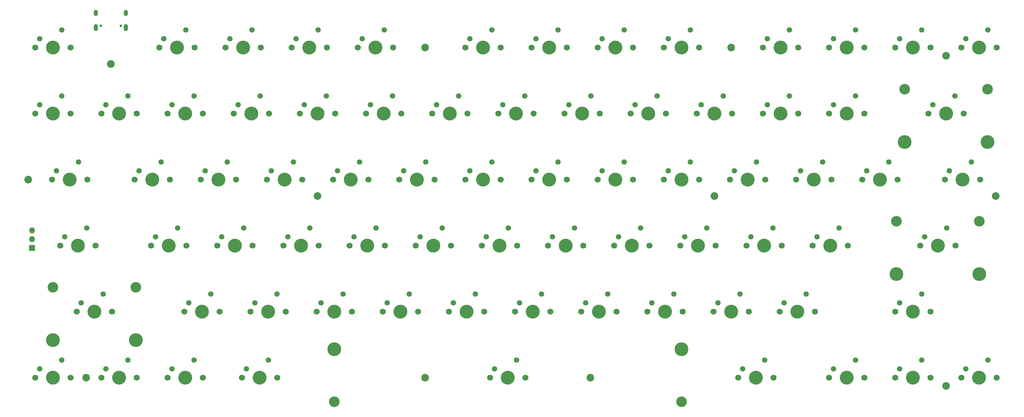
<source format=gts>
G04 #@! TF.GenerationSoftware,KiCad,Pcbnew,(6.0.5-0)*
G04 #@! TF.CreationDate,2022-07-26T23:18:35+09:00*
G04 #@! TF.ProjectId,key-ripper,6b65792d-7269-4707-9065-722e6b696361,rev?*
G04 #@! TF.SameCoordinates,Original*
G04 #@! TF.FileFunction,Soldermask,Top*
G04 #@! TF.FilePolarity,Negative*
%FSLAX46Y46*%
G04 Gerber Fmt 4.6, Leading zero omitted, Abs format (unit mm)*
G04 Created by KiCad (PCBNEW (6.0.5-0)) date 2022-07-26 23:18:35*
%MOMM*%
%LPD*%
G01*
G04 APERTURE LIST*
%ADD10C,1.750000*%
%ADD11C,4.000000*%
%ADD12C,1.550000*%
%ADD13C,2.200000*%
%ADD14C,3.048000*%
%ADD15C,3.987800*%
%ADD16R,1.700000X1.700000*%
%ADD17O,1.700000X1.700000*%
%ADD18C,0.750013*%
%ADD19O,1.200000X1.800000*%
%ADD20O,1.200000X2.000000*%
G04 APERTURE END LIST*
D10*
X290830000Y-47625000D03*
D11*
X285750000Y-47625000D03*
D12*
X281940000Y-45085000D03*
X288290000Y-42545000D03*
D10*
X280670000Y-47625000D03*
X93186250Y-123825000D03*
D12*
X90646250Y-118745000D03*
D10*
X83026250Y-123825000D03*
D12*
X84296250Y-121285000D03*
D11*
X88106250Y-123825000D03*
D10*
X236061250Y-123825000D03*
D12*
X233521250Y-118745000D03*
D10*
X225901250Y-123825000D03*
D12*
X227171250Y-121285000D03*
D11*
X230981250Y-123825000D03*
D12*
X162083750Y-118745000D03*
X155733750Y-121285000D03*
D10*
X164623750Y-123825000D03*
D11*
X159543750Y-123825000D03*
D10*
X154463750Y-123825000D03*
X278288750Y-85725000D03*
D12*
X279558750Y-83185000D03*
D10*
X288448750Y-85725000D03*
D11*
X283368750Y-85725000D03*
D12*
X285908750Y-80645000D03*
D10*
X35401250Y-104775000D03*
D12*
X36671250Y-102235000D03*
D10*
X45561250Y-104775000D03*
D11*
X40481250Y-104775000D03*
D12*
X43021250Y-99695000D03*
X143827500Y-102235000D03*
D11*
X147637500Y-104775000D03*
D10*
X142557500Y-104775000D03*
D12*
X150177500Y-99695000D03*
D10*
X152717500Y-104775000D03*
D12*
X77152500Y-83185000D03*
D11*
X80962500Y-85725000D03*
D10*
X75882500Y-85725000D03*
D12*
X83502500Y-80645000D03*
D10*
X86042500Y-85725000D03*
D12*
X96202500Y-83185000D03*
D11*
X100012500Y-85725000D03*
D10*
X94932500Y-85725000D03*
D12*
X102552500Y-80645000D03*
D10*
X105092500Y-85725000D03*
D12*
X224790000Y-64135000D03*
D11*
X228600000Y-66675000D03*
D10*
X223520000Y-66675000D03*
D12*
X231140000Y-61595000D03*
D10*
X233680000Y-66675000D03*
D12*
X81915000Y-45085000D03*
D11*
X85725000Y-47625000D03*
D10*
X80645000Y-47625000D03*
D12*
X88265000Y-42545000D03*
D10*
X90805000Y-47625000D03*
D12*
X248602500Y-83185000D03*
D11*
X252412500Y-85725000D03*
D10*
X247332500Y-85725000D03*
D12*
X254952500Y-80645000D03*
D10*
X257492500Y-85725000D03*
D12*
X272415000Y-102235000D03*
D11*
X276225000Y-104775000D03*
D10*
X271145000Y-104775000D03*
D12*
X278765000Y-99695000D03*
D10*
X281305000Y-104775000D03*
D12*
X196215000Y-45085000D03*
D11*
X200025000Y-47625000D03*
D10*
X194945000Y-47625000D03*
D12*
X202565000Y-42545000D03*
D10*
X205105000Y-47625000D03*
D12*
X181927500Y-102235000D03*
D11*
X185737500Y-104775000D03*
D10*
X180657500Y-104775000D03*
D12*
X188277500Y-99695000D03*
D10*
X190817500Y-104775000D03*
D12*
X139065000Y-45085000D03*
D11*
X142875000Y-47625000D03*
D10*
X137795000Y-47625000D03*
D12*
X145415000Y-42545000D03*
D10*
X147955000Y-47625000D03*
D12*
X186690000Y-64135000D03*
D11*
X190500000Y-66675000D03*
D10*
X185420000Y-66675000D03*
D12*
X193040000Y-61595000D03*
D10*
X195580000Y-66675000D03*
D12*
X234315000Y-26035000D03*
D11*
X238125000Y-28575000D03*
D10*
X233045000Y-28575000D03*
D12*
X240665000Y-23495000D03*
D10*
X243205000Y-28575000D03*
D12*
X153352500Y-83185000D03*
D11*
X157162500Y-85725000D03*
D10*
X152082500Y-85725000D03*
D12*
X159702500Y-80645000D03*
D10*
X162242500Y-85725000D03*
D12*
X129540000Y-64135000D03*
D11*
X133350000Y-66675000D03*
D10*
X128270000Y-66675000D03*
D12*
X135890000Y-61595000D03*
D10*
X138430000Y-66675000D03*
D12*
X158115000Y-45085000D03*
D11*
X161925000Y-47625000D03*
D10*
X156845000Y-47625000D03*
D12*
X164465000Y-42545000D03*
D10*
X167005000Y-47625000D03*
D12*
X167640000Y-26035000D03*
D11*
X171450000Y-28575000D03*
D10*
X166370000Y-28575000D03*
D12*
X173990000Y-23495000D03*
D10*
X176530000Y-28575000D03*
D12*
X115252500Y-83185000D03*
D11*
X119062500Y-85725000D03*
D10*
X113982500Y-85725000D03*
D12*
X121602500Y-80645000D03*
D10*
X124142500Y-85725000D03*
D12*
X191452500Y-83185000D03*
D11*
X195262500Y-85725000D03*
D10*
X190182500Y-85725000D03*
D12*
X197802500Y-80645000D03*
D10*
X200342500Y-85725000D03*
D12*
X205740000Y-64135000D03*
D11*
X209550000Y-66675000D03*
D10*
X204470000Y-66675000D03*
D12*
X212090000Y-61595000D03*
D10*
X214630000Y-66675000D03*
D12*
X58102500Y-83185000D03*
D11*
X61912500Y-85725000D03*
D10*
X56832500Y-85725000D03*
D12*
X64452500Y-80645000D03*
D10*
X66992500Y-85725000D03*
D12*
X124777500Y-102235000D03*
D11*
X128587500Y-104775000D03*
D10*
X123507500Y-104775000D03*
D12*
X131127500Y-99695000D03*
D10*
X133667500Y-104775000D03*
D12*
X167640000Y-64135000D03*
D11*
X171450000Y-66675000D03*
D10*
X166370000Y-66675000D03*
D12*
X173990000Y-61595000D03*
D10*
X176530000Y-66675000D03*
D12*
X72390000Y-64135000D03*
D11*
X76200000Y-66675000D03*
D10*
X71120000Y-66675000D03*
D12*
X78740000Y-61595000D03*
D10*
X81280000Y-66675000D03*
D12*
X177165000Y-45085000D03*
D11*
X180975000Y-47625000D03*
D10*
X175895000Y-47625000D03*
D12*
X183515000Y-42545000D03*
D10*
X186055000Y-47625000D03*
D12*
X253365000Y-45085000D03*
D11*
X257175000Y-47625000D03*
D10*
X252095000Y-47625000D03*
D12*
X259715000Y-42545000D03*
D10*
X262255000Y-47625000D03*
D12*
X291465000Y-121285000D03*
D11*
X295275000Y-123825000D03*
D10*
X290195000Y-123825000D03*
D12*
X297815000Y-118745000D03*
D10*
X300355000Y-123825000D03*
D12*
X67627500Y-102235000D03*
D11*
X71437500Y-104775000D03*
D10*
X66357500Y-104775000D03*
D12*
X73977500Y-99695000D03*
D10*
X76517500Y-104775000D03*
D12*
X210502500Y-83185000D03*
D11*
X214312500Y-85725000D03*
D10*
X209232500Y-85725000D03*
D12*
X216852500Y-80645000D03*
D10*
X219392500Y-85725000D03*
D12*
X134302500Y-83185000D03*
D11*
X138112500Y-85725000D03*
D10*
X133032500Y-85725000D03*
D12*
X140652500Y-80645000D03*
D10*
X143192500Y-85725000D03*
D12*
X205740000Y-26035000D03*
D11*
X209550000Y-28575000D03*
D10*
X204470000Y-28575000D03*
D12*
X212090000Y-23495000D03*
D10*
X214630000Y-28575000D03*
D12*
X62865000Y-121285000D03*
D11*
X66675000Y-123825000D03*
D10*
X61595000Y-123825000D03*
D12*
X69215000Y-118745000D03*
D10*
X71755000Y-123825000D03*
D12*
X24765000Y-26035000D03*
D11*
X28575000Y-28575000D03*
D10*
X23495000Y-28575000D03*
D12*
X31115000Y-23495000D03*
D10*
X33655000Y-28575000D03*
D12*
X215265000Y-45085000D03*
D11*
X219075000Y-47625000D03*
D10*
X213995000Y-47625000D03*
D12*
X221615000Y-42545000D03*
D10*
X224155000Y-47625000D03*
D12*
X117633750Y-26035000D03*
D11*
X121443750Y-28575000D03*
D10*
X116363750Y-28575000D03*
D12*
X123983750Y-23495000D03*
D10*
X126523750Y-28575000D03*
D12*
X186690000Y-26035000D03*
D11*
X190500000Y-28575000D03*
D10*
X185420000Y-28575000D03*
D12*
X193040000Y-23495000D03*
D10*
X195580000Y-28575000D03*
D12*
X86677500Y-102235000D03*
D11*
X90487500Y-104775000D03*
D10*
X85407500Y-104775000D03*
D12*
X93027500Y-99695000D03*
D10*
X95567500Y-104775000D03*
D12*
X24765000Y-121285000D03*
D11*
X28575000Y-123825000D03*
D10*
X23495000Y-123825000D03*
D12*
X31115000Y-118745000D03*
D10*
X33655000Y-123825000D03*
D12*
X272415000Y-26035000D03*
D11*
X276225000Y-28575000D03*
D10*
X271145000Y-28575000D03*
D12*
X278765000Y-23495000D03*
D10*
X281305000Y-28575000D03*
D12*
X43815000Y-45085000D03*
D11*
X47625000Y-47625000D03*
D10*
X42545000Y-47625000D03*
D12*
X50165000Y-42545000D03*
D10*
X52705000Y-47625000D03*
D12*
X172402500Y-83185000D03*
D11*
X176212500Y-85725000D03*
D10*
X171132500Y-85725000D03*
D12*
X178752500Y-80645000D03*
D10*
X181292500Y-85725000D03*
D12*
X291465000Y-26035000D03*
D11*
X295275000Y-28575000D03*
D10*
X290195000Y-28575000D03*
D12*
X297815000Y-23495000D03*
D10*
X300355000Y-28575000D03*
D12*
X79533750Y-26035000D03*
D11*
X83343750Y-28575000D03*
D10*
X78263750Y-28575000D03*
D12*
X85883750Y-23495000D03*
D10*
X88423750Y-28575000D03*
D12*
X234315000Y-45085000D03*
D11*
X238125000Y-47625000D03*
D10*
X233045000Y-47625000D03*
D12*
X240665000Y-42545000D03*
D10*
X243205000Y-47625000D03*
D12*
X53340000Y-64135000D03*
D11*
X57150000Y-66675000D03*
D10*
X52070000Y-66675000D03*
D12*
X59690000Y-61595000D03*
D10*
X62230000Y-66675000D03*
D12*
X243840000Y-64135000D03*
D11*
X247650000Y-66675000D03*
D10*
X242570000Y-66675000D03*
D12*
X250190000Y-61595000D03*
D10*
X252730000Y-66675000D03*
D12*
X229552500Y-83185000D03*
D11*
X233362500Y-85725000D03*
D10*
X228282500Y-85725000D03*
D12*
X235902500Y-80645000D03*
D10*
X238442500Y-85725000D03*
D12*
X60483750Y-26035000D03*
D11*
X64293750Y-28575000D03*
D10*
X59213750Y-28575000D03*
D12*
X66833750Y-23495000D03*
D10*
X69373750Y-28575000D03*
D12*
X200977500Y-102235000D03*
D11*
X204787500Y-104775000D03*
D10*
X199707500Y-104775000D03*
D12*
X207327500Y-99695000D03*
D10*
X209867500Y-104775000D03*
D12*
X253365000Y-26035000D03*
D11*
X257175000Y-28575000D03*
D10*
X252095000Y-28575000D03*
D12*
X259715000Y-23495000D03*
D10*
X262255000Y-28575000D03*
D12*
X105727500Y-102235000D03*
D11*
X109537500Y-104775000D03*
D10*
X104457500Y-104775000D03*
D12*
X112077500Y-99695000D03*
D10*
X114617500Y-104775000D03*
D12*
X24765000Y-45085000D03*
D11*
X28575000Y-47625000D03*
D10*
X23495000Y-47625000D03*
D12*
X31115000Y-42545000D03*
D10*
X33655000Y-47625000D03*
D12*
X262890000Y-64135000D03*
D11*
X266700000Y-66675000D03*
D10*
X261620000Y-66675000D03*
D12*
X269240000Y-61595000D03*
D10*
X271780000Y-66675000D03*
D12*
X148590000Y-64135000D03*
D11*
X152400000Y-66675000D03*
D10*
X147320000Y-66675000D03*
D12*
X154940000Y-61595000D03*
D10*
X157480000Y-66675000D03*
D12*
X91440000Y-64135000D03*
D11*
X95250000Y-66675000D03*
D10*
X90170000Y-66675000D03*
D12*
X97790000Y-61595000D03*
D10*
X100330000Y-66675000D03*
D12*
X239077500Y-102235000D03*
D11*
X242887500Y-104775000D03*
D10*
X237807500Y-104775000D03*
D12*
X245427500Y-99695000D03*
D10*
X247967500Y-104775000D03*
D12*
X110490000Y-64135000D03*
D11*
X114300000Y-66675000D03*
D10*
X109220000Y-66675000D03*
D12*
X116840000Y-61595000D03*
D10*
X119380000Y-66675000D03*
D12*
X220027500Y-102235000D03*
D11*
X223837500Y-104775000D03*
D10*
X218757500Y-104775000D03*
D12*
X226377500Y-99695000D03*
D10*
X228917500Y-104775000D03*
D12*
X148590000Y-26035000D03*
D11*
X152400000Y-28575000D03*
D10*
X147320000Y-28575000D03*
D12*
X154940000Y-23495000D03*
D10*
X157480000Y-28575000D03*
D12*
X272415000Y-121285000D03*
D11*
X276225000Y-123825000D03*
D10*
X271145000Y-123825000D03*
D12*
X278765000Y-118745000D03*
D10*
X281305000Y-123825000D03*
D12*
X62865000Y-45085000D03*
D11*
X66675000Y-47625000D03*
D10*
X61595000Y-47625000D03*
D12*
X69215000Y-42545000D03*
D10*
X71755000Y-47625000D03*
D12*
X98583750Y-26035000D03*
D11*
X102393750Y-28575000D03*
D10*
X97313750Y-28575000D03*
D12*
X104933750Y-23495000D03*
D10*
X107473750Y-28575000D03*
D12*
X253365000Y-121285000D03*
D11*
X257175000Y-123825000D03*
D10*
X252095000Y-123825000D03*
D12*
X259715000Y-118745000D03*
D10*
X262255000Y-123825000D03*
D12*
X162877500Y-102235000D03*
D11*
X166687500Y-104775000D03*
D10*
X161607500Y-104775000D03*
D12*
X169227500Y-99695000D03*
D10*
X171767500Y-104775000D03*
D12*
X120015000Y-45085000D03*
D11*
X123825000Y-47625000D03*
D10*
X118745000Y-47625000D03*
D12*
X126365000Y-42545000D03*
D10*
X128905000Y-47625000D03*
D12*
X43815000Y-121285000D03*
D11*
X47625000Y-123825000D03*
D10*
X42545000Y-123825000D03*
D12*
X50165000Y-118745000D03*
D10*
X52705000Y-123825000D03*
D12*
X100965000Y-45085000D03*
D11*
X104775000Y-47625000D03*
D10*
X99695000Y-47625000D03*
D12*
X107315000Y-42545000D03*
D10*
X109855000Y-47625000D03*
D11*
X35718750Y-85725000D03*
D12*
X38258750Y-80645000D03*
D10*
X40798750Y-85725000D03*
X30638750Y-85725000D03*
D12*
X31908750Y-83185000D03*
D10*
X285432500Y-66675000D03*
X295592500Y-66675000D03*
D12*
X293052500Y-61595000D03*
X286702500Y-64135000D03*
D11*
X290512500Y-66675000D03*
D10*
X28257500Y-66675000D03*
X38417500Y-66675000D03*
D12*
X35877500Y-61595000D03*
X29527500Y-64135000D03*
D11*
X33337500Y-66675000D03*
D13*
X45243750Y-33337500D03*
D14*
X52419250Y-97790000D03*
D15*
X28543250Y-113000000D03*
D14*
X28543250Y-97790000D03*
D15*
X52419250Y-113000000D03*
D14*
X271430750Y-78740000D03*
D15*
X271430750Y-93950000D03*
X295306750Y-93950000D03*
D14*
X295306750Y-78740000D03*
D13*
X21431250Y-66675000D03*
X38100000Y-123825000D03*
X219075000Y-71437500D03*
D15*
X209543750Y-115600000D03*
X109543750Y-115600000D03*
D14*
X109543750Y-130810000D03*
X209543750Y-130810000D03*
D13*
X135731250Y-123825000D03*
X223837500Y-28575000D03*
X104775000Y-71437500D03*
X135731250Y-28575000D03*
X285750000Y-126206250D03*
D15*
X273812000Y-55850000D03*
X297688000Y-55850000D03*
D14*
X273812000Y-40640000D03*
X297688000Y-40640000D03*
D13*
X183356250Y-123825000D03*
D16*
X22575000Y-86450000D03*
D17*
X22575000Y-83910000D03*
X22575000Y-81370000D03*
D13*
X300037500Y-71437500D03*
X285750000Y-30956250D03*
D18*
X42342810Y-22309384D03*
X48142658Y-22309384D03*
D19*
X49567855Y-18609612D03*
D20*
X49567855Y-22809511D03*
D19*
X40917613Y-18609612D03*
D20*
X40917613Y-22809511D03*
M02*

</source>
